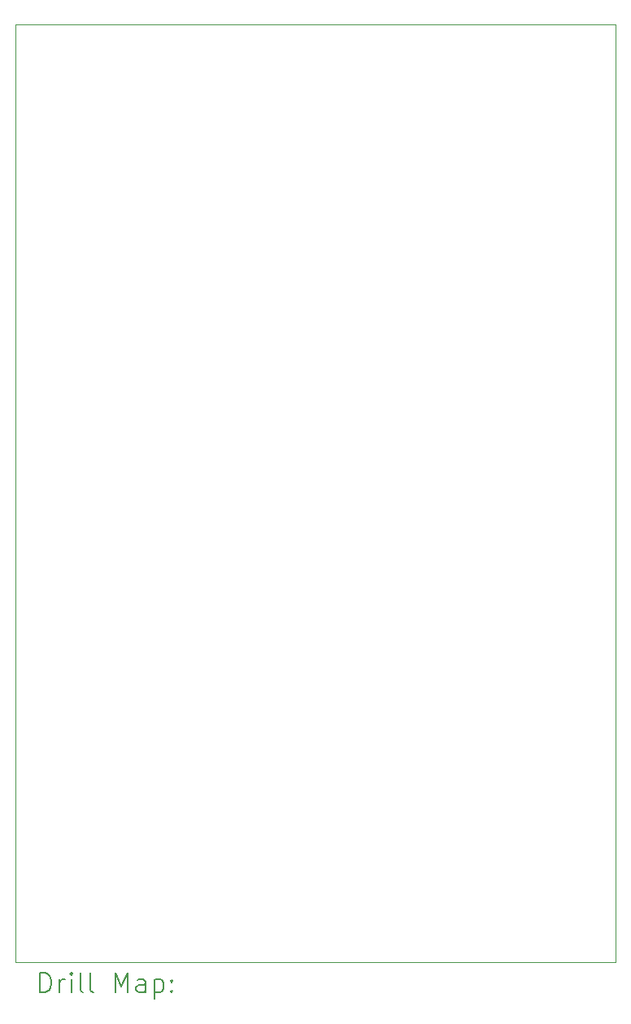
<source format=gbr>
%TF.GenerationSoftware,KiCad,Pcbnew,8.0.6-8.0.6-0~ubuntu24.04.1*%
%TF.CreationDate,2024-10-25T11:54:26+02:00*%
%TF.ProjectId,Highz-stereo,48696768-7a2d-4737-9465-72656f2e6b69,rev?*%
%TF.SameCoordinates,Original*%
%TF.FileFunction,Drillmap*%
%TF.FilePolarity,Positive*%
%FSLAX45Y45*%
G04 Gerber Fmt 4.5, Leading zero omitted, Abs format (unit mm)*
G04 Created by KiCad (PCBNEW 8.0.6-8.0.6-0~ubuntu24.04.1) date 2024-10-25 11:54:26*
%MOMM*%
%LPD*%
G01*
G04 APERTURE LIST*
%ADD10C,0.100000*%
%ADD11C,0.200000*%
G04 APERTURE END LIST*
D10*
X3750000Y-3250000D02*
X10000000Y-3250000D01*
X10000000Y-13000000D01*
X3750000Y-13000000D01*
X3750000Y-3250000D01*
D11*
X4005777Y-13316484D02*
X4005777Y-13116484D01*
X4005777Y-13116484D02*
X4053396Y-13116484D01*
X4053396Y-13116484D02*
X4081967Y-13126008D01*
X4081967Y-13126008D02*
X4101015Y-13145055D01*
X4101015Y-13145055D02*
X4110539Y-13164103D01*
X4110539Y-13164103D02*
X4120062Y-13202198D01*
X4120062Y-13202198D02*
X4120062Y-13230769D01*
X4120062Y-13230769D02*
X4110539Y-13268865D01*
X4110539Y-13268865D02*
X4101015Y-13287912D01*
X4101015Y-13287912D02*
X4081967Y-13306960D01*
X4081967Y-13306960D02*
X4053396Y-13316484D01*
X4053396Y-13316484D02*
X4005777Y-13316484D01*
X4205777Y-13316484D02*
X4205777Y-13183150D01*
X4205777Y-13221246D02*
X4215301Y-13202198D01*
X4215301Y-13202198D02*
X4224824Y-13192674D01*
X4224824Y-13192674D02*
X4243872Y-13183150D01*
X4243872Y-13183150D02*
X4262920Y-13183150D01*
X4329586Y-13316484D02*
X4329586Y-13183150D01*
X4329586Y-13116484D02*
X4320063Y-13126008D01*
X4320063Y-13126008D02*
X4329586Y-13135531D01*
X4329586Y-13135531D02*
X4339110Y-13126008D01*
X4339110Y-13126008D02*
X4329586Y-13116484D01*
X4329586Y-13116484D02*
X4329586Y-13135531D01*
X4453396Y-13316484D02*
X4434348Y-13306960D01*
X4434348Y-13306960D02*
X4424824Y-13287912D01*
X4424824Y-13287912D02*
X4424824Y-13116484D01*
X4558158Y-13316484D02*
X4539110Y-13306960D01*
X4539110Y-13306960D02*
X4529586Y-13287912D01*
X4529586Y-13287912D02*
X4529586Y-13116484D01*
X4786729Y-13316484D02*
X4786729Y-13116484D01*
X4786729Y-13116484D02*
X4853396Y-13259341D01*
X4853396Y-13259341D02*
X4920063Y-13116484D01*
X4920063Y-13116484D02*
X4920063Y-13316484D01*
X5101015Y-13316484D02*
X5101015Y-13211722D01*
X5101015Y-13211722D02*
X5091491Y-13192674D01*
X5091491Y-13192674D02*
X5072444Y-13183150D01*
X5072444Y-13183150D02*
X5034348Y-13183150D01*
X5034348Y-13183150D02*
X5015301Y-13192674D01*
X5101015Y-13306960D02*
X5081967Y-13316484D01*
X5081967Y-13316484D02*
X5034348Y-13316484D01*
X5034348Y-13316484D02*
X5015301Y-13306960D01*
X5015301Y-13306960D02*
X5005777Y-13287912D01*
X5005777Y-13287912D02*
X5005777Y-13268865D01*
X5005777Y-13268865D02*
X5015301Y-13249817D01*
X5015301Y-13249817D02*
X5034348Y-13240293D01*
X5034348Y-13240293D02*
X5081967Y-13240293D01*
X5081967Y-13240293D02*
X5101015Y-13230769D01*
X5196253Y-13183150D02*
X5196253Y-13383150D01*
X5196253Y-13192674D02*
X5215301Y-13183150D01*
X5215301Y-13183150D02*
X5253396Y-13183150D01*
X5253396Y-13183150D02*
X5272444Y-13192674D01*
X5272444Y-13192674D02*
X5281967Y-13202198D01*
X5281967Y-13202198D02*
X5291491Y-13221246D01*
X5291491Y-13221246D02*
X5291491Y-13278388D01*
X5291491Y-13278388D02*
X5281967Y-13297436D01*
X5281967Y-13297436D02*
X5272444Y-13306960D01*
X5272444Y-13306960D02*
X5253396Y-13316484D01*
X5253396Y-13316484D02*
X5215301Y-13316484D01*
X5215301Y-13316484D02*
X5196253Y-13306960D01*
X5377205Y-13297436D02*
X5386729Y-13306960D01*
X5386729Y-13306960D02*
X5377205Y-13316484D01*
X5377205Y-13316484D02*
X5367682Y-13306960D01*
X5367682Y-13306960D02*
X5377205Y-13297436D01*
X5377205Y-13297436D02*
X5377205Y-13316484D01*
X5377205Y-13192674D02*
X5386729Y-13202198D01*
X5386729Y-13202198D02*
X5377205Y-13211722D01*
X5377205Y-13211722D02*
X5367682Y-13202198D01*
X5367682Y-13202198D02*
X5377205Y-13192674D01*
X5377205Y-13192674D02*
X5377205Y-13211722D01*
M02*

</source>
